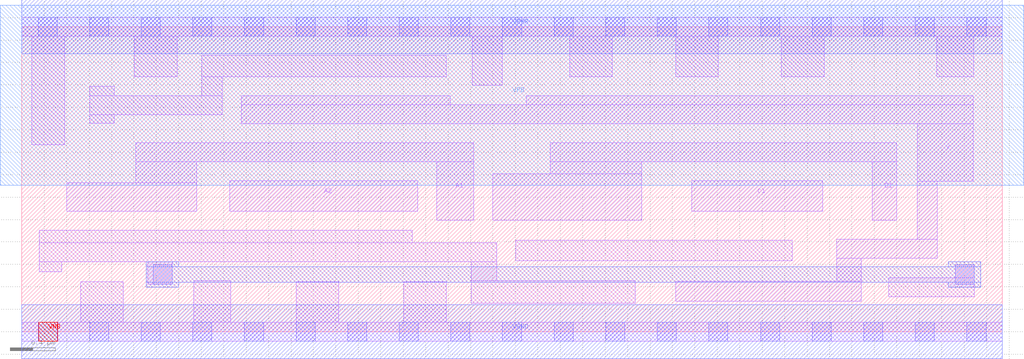
<source format=lef>
# Copyright 2020 The SkyWater PDK Authors
#
# Licensed under the Apache License, Version 2.0 (the "License");
# you may not use this file except in compliance with the License.
# You may obtain a copy of the License at
#
#     https://www.apache.org/licenses/LICENSE-2.0
#
# Unless required by applicable law or agreed to in writing, software
# distributed under the License is distributed on an "AS IS" BASIS,
# WITHOUT WARRANTIES OR CONDITIONS OF ANY KIND, either express or implied.
# See the License for the specific language governing permissions and
# limitations under the License.
#
# SPDX-License-Identifier: Apache-2.0

VERSION 5.7 ;
  NOWIREEXTENSIONATPIN ON ;
  DIVIDERCHAR "/" ;
  BUSBITCHARS "[]" ;
PROPERTYDEFINITIONS
  MACRO maskLayoutSubType STRING ;
  MACRO prCellType STRING ;
  MACRO originalViewName STRING ;
END PROPERTYDEFINITIONS
MACRO sky130_fd_sc_hdll__o211ai_4
  CLASS CORE ;
  FOREIGN sky130_fd_sc_hdll__o211ai_4 ;
  ORIGIN  0.000000  0.000000 ;
  SIZE  8.740000 BY  2.720000 ;
  SYMMETRY X Y R90 ;
  SITE unithd ;
  PIN A1
    ANTENNAGATEAREA  1.110000 ;
    DIRECTION INPUT ;
    USE SIGNAL ;
    PORT
      LAYER li1 ;
        RECT 0.400000 1.075000 1.560000 1.330000 ;
        RECT 1.015000 1.330000 1.560000 1.515000 ;
        RECT 1.015000 1.515000 4.030000 1.685000 ;
        RECT 3.700000 0.995000 4.030000 1.515000 ;
    END
  END A1
  PIN A2
    ANTENNAGATEAREA  1.110000 ;
    DIRECTION INPUT ;
    USE SIGNAL ;
    PORT
      LAYER li1 ;
        RECT 1.855000 1.075000 3.530000 1.345000 ;
    END
  END A2
  PIN B1
    ANTENNAGATEAREA  1.110000 ;
    DIRECTION INPUT ;
    USE SIGNAL ;
    PORT
      LAYER li1 ;
        RECT 4.200000 0.995000 5.525000 1.410000 ;
        RECT 4.710000 1.410000 5.525000 1.515000 ;
        RECT 4.710000 1.515000 7.800000 1.685000 ;
        RECT 7.580000 0.995000 7.800000 1.515000 ;
    END
  END B1
  PIN C1
    ANTENNAGATEAREA  1.110000 ;
    DIRECTION INPUT ;
    USE SIGNAL ;
    PORT
      LAYER li1 ;
        RECT 5.970000 1.075000 7.140000 1.345000 ;
    END
  END C1
  PIN Y
    ANTENNADIFFAREA  2.218500 ;
    DIRECTION OUTPUT ;
    USE SIGNAL ;
    PORT
      LAYER li1 ;
        RECT 1.955000 1.855000 8.480000 2.025000 ;
        RECT 1.955000 2.025000 3.820000 2.105000 ;
        RECT 4.495000 2.025000 8.480000 2.105000 ;
        RECT 5.830000 0.270000 7.485000 0.450000 ;
        RECT 7.265000 0.450000 7.485000 0.655000 ;
        RECT 7.265000 0.655000 8.160000 0.825000 ;
        RECT 7.980000 0.825000 8.160000 1.340000 ;
        RECT 7.980000 1.340000 8.480000 1.855000 ;
    END
  END Y
  PIN VGND
    DIRECTION INOUT ;
    USE GROUND ;
    PORT
      LAYER met1 ;
        RECT 0.000000 -0.240000 8.740000 0.240000 ;
    END
  END VGND
  PIN VNB
    DIRECTION INOUT ;
    USE GROUND ;
    PORT
      LAYER pwell ;
        RECT 0.150000 -0.085000 0.320000 0.085000 ;
    END
  END VNB
  PIN VPB
    DIRECTION INOUT ;
    USE POWER ;
    PORT
      LAYER nwell ;
        RECT -0.190000 1.305000 8.930000 2.910000 ;
    END
  END VPB
  PIN VPWR
    DIRECTION INOUT ;
    USE POWER ;
    PORT
      LAYER met1 ;
        RECT 0.000000 2.480000 8.740000 2.960000 ;
    END
  END VPWR
  OBS
    LAYER li1 ;
      RECT 0.000000 -0.085000 8.740000 0.085000 ;
      RECT 0.000000  2.635000 8.740000 2.805000 ;
      RECT 0.090000  1.665000 0.385000 2.635000 ;
      RECT 0.155000  0.535000 0.355000 0.625000 ;
      RECT 0.155000  0.625000 4.235000 0.795000 ;
      RECT 0.155000  0.795000 3.480000 0.905000 ;
      RECT 0.525000  0.085000 0.905000 0.445000 ;
      RECT 0.605000  1.860000 0.825000 1.935000 ;
      RECT 0.605000  1.935000 1.785000 2.105000 ;
      RECT 0.605000  2.105000 0.825000 2.190000 ;
      RECT 1.005000  2.275000 1.385000 2.635000 ;
      RECT 1.125000  0.425000 1.340000 0.625000 ;
      RECT 1.535000  0.085000 1.865000 0.455000 ;
      RECT 1.605000  2.105000 1.785000 2.275000 ;
      RECT 1.605000  2.275000 3.785000 2.465000 ;
      RECT 2.445000  0.085000 2.825000 0.445000 ;
      RECT 3.405000  0.085000 3.785000 0.445000 ;
      RECT 4.005000  0.255000 5.470000 0.455000 ;
      RECT 4.005000  0.455000 4.235000 0.625000 ;
      RECT 4.015000  2.195000 4.285000 2.635000 ;
      RECT 4.405000  0.635000 6.870000 0.815000 ;
      RECT 4.885000  2.275000 5.265000 2.635000 ;
      RECT 5.830000  2.275000 6.210000 2.635000 ;
      RECT 6.770000  2.275000 7.155000 2.635000 ;
      RECT 7.730000  0.310000 8.490000 0.480000 ;
      RECT 8.155000  2.275000 8.485000 2.635000 ;
      RECT 8.320000  0.480000 8.490000 0.595000 ;
    LAYER mcon ;
      RECT 0.145000 -0.085000 0.315000 0.085000 ;
      RECT 0.145000  2.635000 0.315000 2.805000 ;
      RECT 0.605000 -0.085000 0.775000 0.085000 ;
      RECT 0.605000  2.635000 0.775000 2.805000 ;
      RECT 1.065000 -0.085000 1.235000 0.085000 ;
      RECT 1.065000  2.635000 1.235000 2.805000 ;
      RECT 1.170000  0.425000 1.340000 0.595000 ;
      RECT 1.525000 -0.085000 1.695000 0.085000 ;
      RECT 1.525000  2.635000 1.695000 2.805000 ;
      RECT 1.985000 -0.085000 2.155000 0.085000 ;
      RECT 1.985000  2.635000 2.155000 2.805000 ;
      RECT 2.445000 -0.085000 2.615000 0.085000 ;
      RECT 2.445000  2.635000 2.615000 2.805000 ;
      RECT 2.905000 -0.085000 3.075000 0.085000 ;
      RECT 2.905000  2.635000 3.075000 2.805000 ;
      RECT 3.365000 -0.085000 3.535000 0.085000 ;
      RECT 3.365000  2.635000 3.535000 2.805000 ;
      RECT 3.825000 -0.085000 3.995000 0.085000 ;
      RECT 3.825000  2.635000 3.995000 2.805000 ;
      RECT 4.285000 -0.085000 4.455000 0.085000 ;
      RECT 4.285000  2.635000 4.455000 2.805000 ;
      RECT 4.745000 -0.085000 4.915000 0.085000 ;
      RECT 4.745000  2.635000 4.915000 2.805000 ;
      RECT 5.205000 -0.085000 5.375000 0.085000 ;
      RECT 5.205000  2.635000 5.375000 2.805000 ;
      RECT 5.665000 -0.085000 5.835000 0.085000 ;
      RECT 5.665000  2.635000 5.835000 2.805000 ;
      RECT 6.125000 -0.085000 6.295000 0.085000 ;
      RECT 6.125000  2.635000 6.295000 2.805000 ;
      RECT 6.585000 -0.085000 6.755000 0.085000 ;
      RECT 6.585000  2.635000 6.755000 2.805000 ;
      RECT 7.045000 -0.085000 7.215000 0.085000 ;
      RECT 7.045000  2.635000 7.215000 2.805000 ;
      RECT 7.505000 -0.085000 7.675000 0.085000 ;
      RECT 7.505000  2.635000 7.675000 2.805000 ;
      RECT 7.965000 -0.085000 8.135000 0.085000 ;
      RECT 7.965000  2.635000 8.135000 2.805000 ;
      RECT 8.320000  0.425000 8.490000 0.595000 ;
      RECT 8.425000 -0.085000 8.595000 0.085000 ;
      RECT 8.425000  2.635000 8.595000 2.805000 ;
    LAYER met1 ;
      RECT 1.110000 0.395000 1.400000 0.440000 ;
      RECT 1.110000 0.440000 8.550000 0.580000 ;
      RECT 1.110000 0.580000 1.400000 0.625000 ;
      RECT 8.260000 0.395000 8.550000 0.440000 ;
      RECT 8.260000 0.580000 8.550000 0.625000 ;
  END
  PROPERTY maskLayoutSubType "abstract" ;
  PROPERTY prCellType "standard" ;
  PROPERTY originalViewName "layout" ;
END sky130_fd_sc_hdll__o211ai_4
END LIBRARY

</source>
